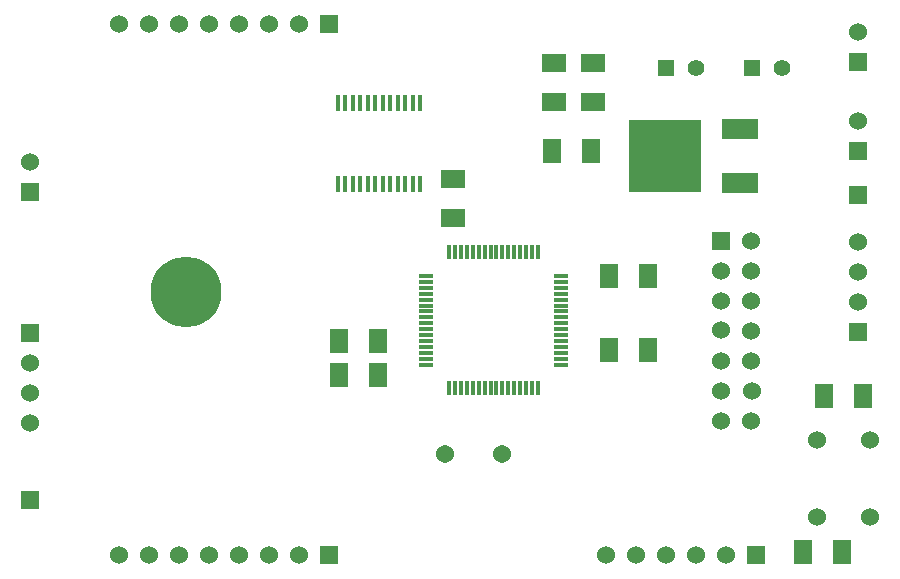
<source format=gts>
G04 (created by PCBNEW (2013-07-07 BZR 4022)-stable) date 09/12/2014 18:13:01*
%MOIN*%
G04 Gerber Fmt 3.4, Leading zero omitted, Abs format*
%FSLAX34Y34*%
G01*
G70*
G90*
G04 APERTURE LIST*
%ADD10C,0.00590551*%
%ADD11C,0.0606299*%
%ADD12R,0.0138X0.0551*%
%ADD13R,0.06X0.08*%
%ADD14R,0.08X0.06*%
%ADD15C,0.06*%
%ADD16R,0.06X0.06*%
%ADD17R,0.12X0.065*%
%ADD18R,0.24X0.24*%
%ADD19R,0.055X0.055*%
%ADD20C,0.055*%
%ADD21C,0.23622*%
%ADD22R,0.011811X0.0472441*%
%ADD23R,0.0472441X0.011811*%
G04 APERTURE END LIST*
G54D10*
G54D11*
X92503Y-53700D03*
X94425Y-53700D03*
G54D12*
X91689Y-41992D03*
X91439Y-41992D03*
X91189Y-41992D03*
X90939Y-41992D03*
X90689Y-41992D03*
X90439Y-41992D03*
X90189Y-41992D03*
X89939Y-41992D03*
X89689Y-41992D03*
X89439Y-41992D03*
X89189Y-41992D03*
X88939Y-41992D03*
X88939Y-44700D03*
X89189Y-44700D03*
X89439Y-44700D03*
X89689Y-44700D03*
X89939Y-44700D03*
X90189Y-44700D03*
X90439Y-44700D03*
X90689Y-44700D03*
X90939Y-44700D03*
X91189Y-44700D03*
X91439Y-44700D03*
X91689Y-44700D03*
G54D13*
X88995Y-49940D03*
X90295Y-49940D03*
X105157Y-51771D03*
X106457Y-51771D03*
G54D14*
X92775Y-45846D03*
X92775Y-44546D03*
X97440Y-40688D03*
X97440Y-41988D03*
G54D13*
X105768Y-56988D03*
X104468Y-56988D03*
G54D14*
X96161Y-41988D03*
X96161Y-40688D03*
G54D13*
X97401Y-43602D03*
X96101Y-43602D03*
G54D10*
G36*
X88945Y-39070D02*
X88945Y-39670D01*
X88345Y-39670D01*
X88345Y-39070D01*
X88945Y-39070D01*
X88945Y-39070D01*
G37*
G54D15*
X87645Y-39370D03*
X86645Y-39370D03*
X85645Y-39370D03*
X84645Y-39370D03*
X83645Y-39370D03*
X82645Y-39370D03*
X81645Y-39370D03*
G54D10*
G36*
X88945Y-56786D02*
X88945Y-57386D01*
X88345Y-57386D01*
X88345Y-56786D01*
X88945Y-56786D01*
X88945Y-56786D01*
G37*
G54D15*
X87645Y-57086D03*
X86645Y-57086D03*
X85645Y-57086D03*
X84645Y-57086D03*
X83645Y-57086D03*
X82645Y-57086D03*
X81645Y-57086D03*
G54D10*
G36*
X101404Y-46306D02*
X102004Y-46306D01*
X102004Y-46906D01*
X101404Y-46906D01*
X101404Y-46306D01*
X101404Y-46306D01*
G37*
G54D15*
X102704Y-46606D03*
X101704Y-47606D03*
X102704Y-47606D03*
X101704Y-48606D03*
X102704Y-48606D03*
X101704Y-49566D03*
X102704Y-49606D03*
X101704Y-50606D03*
X102716Y-50606D03*
X101704Y-51606D03*
X102736Y-51606D03*
X101704Y-52606D03*
X102704Y-52606D03*
G54D16*
X106299Y-49629D03*
G54D15*
X106299Y-48629D03*
X106299Y-47629D03*
X106299Y-46629D03*
G54D16*
X78700Y-44988D03*
G54D15*
X78700Y-43988D03*
G54D16*
X106299Y-43610D03*
G54D15*
X106299Y-42610D03*
G54D16*
X106299Y-40657D03*
G54D15*
X106299Y-39657D03*
G54D16*
X106299Y-45078D03*
X102893Y-57086D03*
G54D15*
X101893Y-57086D03*
X100893Y-57086D03*
X99893Y-57086D03*
X98893Y-57086D03*
X97893Y-57086D03*
X104921Y-55807D03*
X104921Y-53248D03*
X106692Y-55807D03*
X106692Y-53248D03*
G54D17*
X102362Y-44679D03*
G54D18*
X99862Y-43779D03*
G54D17*
X102362Y-42879D03*
G54D19*
X99893Y-40846D03*
G54D20*
X100893Y-40846D03*
G54D19*
X102748Y-40846D03*
G54D20*
X103748Y-40846D03*
G54D16*
X78700Y-49681D03*
G54D15*
X78700Y-50681D03*
X78700Y-51681D03*
X78700Y-52681D03*
G54D21*
X83897Y-48307D03*
G54D22*
X94232Y-51515D03*
X94035Y-51515D03*
X94429Y-51515D03*
X93838Y-51515D03*
X93641Y-51515D03*
X93444Y-51515D03*
X93248Y-51515D03*
X93051Y-51515D03*
X94625Y-51515D03*
X94822Y-51515D03*
X95019Y-51515D03*
X95216Y-51515D03*
X94232Y-46988D03*
X94035Y-46988D03*
X94429Y-46988D03*
X94625Y-46988D03*
X94822Y-46988D03*
X95019Y-46988D03*
X95216Y-46988D03*
X93838Y-46988D03*
X93641Y-46988D03*
X93444Y-46988D03*
X93248Y-46988D03*
X93051Y-46988D03*
G54D23*
X91870Y-49153D03*
X91870Y-48956D03*
X91870Y-48759D03*
X91870Y-48562D03*
X91870Y-48366D03*
X91870Y-48169D03*
X91870Y-49350D03*
X91870Y-49547D03*
X91870Y-49744D03*
X91870Y-49940D03*
X91870Y-50137D03*
X91870Y-50334D03*
X96397Y-49153D03*
X96397Y-48956D03*
X96397Y-48759D03*
X96397Y-48562D03*
X96397Y-48366D03*
X96397Y-48169D03*
X96397Y-49350D03*
X96397Y-49547D03*
X96397Y-49744D03*
X96397Y-49940D03*
X96397Y-50137D03*
X96397Y-50334D03*
X91870Y-47972D03*
X91870Y-47775D03*
X91870Y-50531D03*
X91870Y-50728D03*
X96397Y-47972D03*
X96397Y-50531D03*
X96397Y-47775D03*
X96397Y-50728D03*
G54D22*
X95413Y-51515D03*
X95610Y-51515D03*
X92854Y-51515D03*
X92657Y-51515D03*
X92854Y-46988D03*
X92657Y-46988D03*
X95413Y-46988D03*
X95610Y-46988D03*
G54D16*
X78700Y-55236D03*
G54D13*
X90295Y-51082D03*
X88995Y-51082D03*
X97991Y-47775D03*
X99291Y-47775D03*
X97991Y-50236D03*
X99291Y-50236D03*
M02*

</source>
